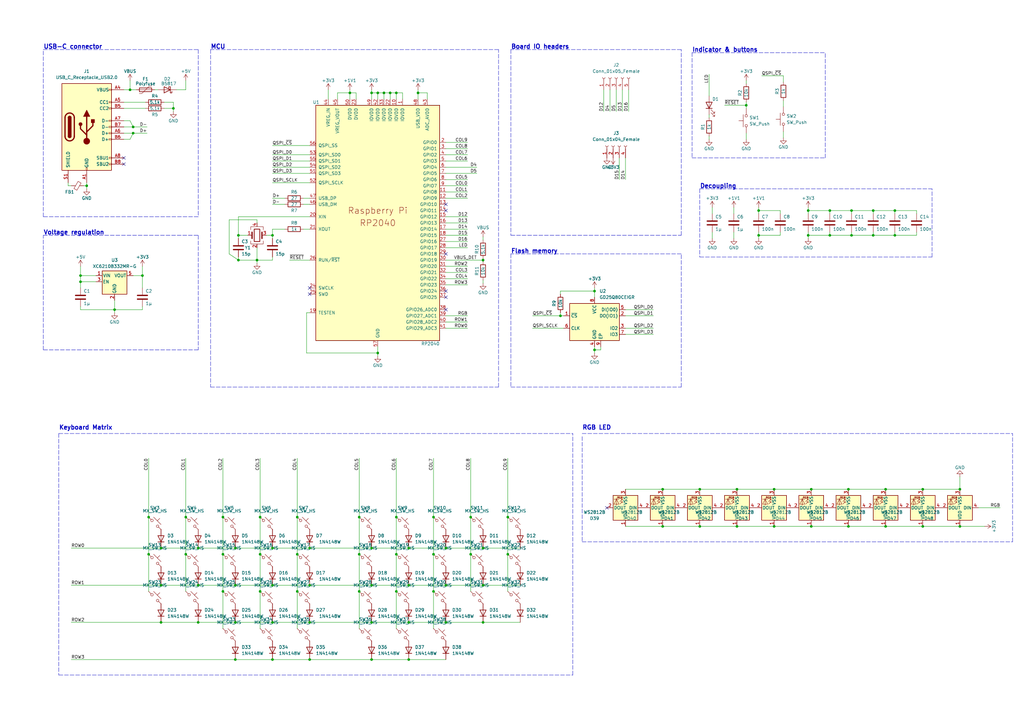
<source format=kicad_sch>
(kicad_sch (version 20211123) (generator eeschema)
  (paper "A3")
  (title_block (title "skywatch") (rev "0.5") (company "github.com/ozkan"))
  (junction (at 167.64 270.51))
  (junction (at 147.32 227.33))
  (junction (at 121.92 227.33))
  (junction (at 363.22 215.9))
  (junction (at 53.34 36.83))
  (junction (at 302.26 200.66))
  (junction (at 147.32 242.57))
  (junction (at 271.78 200.66))
  (junction (at 332.74 200.66))
  (junction (at 91.44 212.09))
  (junction (at 182.88 255.27))
  (junction (at 46.99 127))
  (junction (at 105.41 106.68))
  (junction (at 96.52 224.79))
  (junction (at 162.56 227.33))
  (junction (at 287.02 215.9))
  (junction (at 154.94 38.1))
  (junction (at 271.78 215.9))
  (junction (at 66.04 224.79))
  (junction (at 106.68 227.33))
  (junction (at 317.5 215.9))
  (junction (at 162.56 38.1))
  (junction (at 177.8 212.09))
  (junction (at 96.52 240.03))
  (junction (at 111.76 96.52))
  (junction (at 193.04 227.33))
  (junction (at 208.28 227.33))
  (junction (at 367.03 96.52))
  (junction (at 311.15 96.52))
  (junction (at 162.56 242.57))
  (junction (at 66.04 255.27))
  (junction (at 347.98 215.9))
  (junction (at 54.61 52.07))
  (junction (at 60.96 227.33))
  (junction (at 317.5 200.66))
  (junction (at 81.28 255.27))
  (junction (at 157.48 38.1))
  (junction (at 167.64 240.03))
  (junction (at 111.76 270.51))
  (junction (at 97.79 96.52))
  (junction (at 367.03 86.36))
  (junction (at 311.15 86.36))
  (junction (at 331.47 96.52))
  (junction (at 358.14 96.52))
  (junction (at 127 224.79))
  (junction (at 167.64 224.79))
  (junction (at 340.36 86.36))
  (junction (at 198.12 224.79))
  (junction (at 111.76 240.03))
  (junction (at 81.28 240.03))
  (junction (at 358.14 86.36))
  (junction (at 152.4 38.1))
  (junction (at 167.64 255.27))
  (junction (at 111.76 224.79))
  (junction (at 160.02 38.1))
  (junction (at 182.88 224.79))
  (junction (at 91.44 227.33))
  (junction (at 177.8 242.57))
  (junction (at 393.7 215.9))
  (junction (at 347.98 200.66))
  (junction (at 306.07 43.18))
  (junction (at 76.2 212.09))
  (junction (at 152.4 270.51))
  (junction (at 182.88 240.03))
  (junction (at 33.02 113.03))
  (junction (at 121.92 212.09))
  (junction (at 171.45 38.1))
  (junction (at 208.28 212.09))
  (junction (at 349.25 96.52))
  (junction (at 154.94 144.78))
  (junction (at 106.68 242.57))
  (junction (at 35.56 76.2))
  (junction (at 162.56 212.09))
  (junction (at 96.52 255.27))
  (junction (at 121.92 242.57))
  (junction (at 91.44 242.57))
  (junction (at 198.12 106.68))
  (junction (at 152.4 224.79))
  (junction (at 58.42 113.03))
  (junction (at 229.87 129.54))
  (junction (at 60.96 212.09))
  (junction (at 349.25 86.36))
  (junction (at 71.12 44.45))
  (junction (at 378.46 200.66))
  (junction (at 66.04 240.03))
  (junction (at 152.4 255.27))
  (junction (at 340.36 96.52))
  (junction (at 127 255.27))
  (junction (at 97.79 106.68))
  (junction (at 147.32 212.09))
  (junction (at 152.4 240.03))
  (junction (at 33.02 115.57))
  (junction (at 54.61 54.61))
  (junction (at 81.28 224.79))
  (junction (at 106.68 212.09))
  (junction (at 287.02 200.66))
  (junction (at 378.46 215.9))
  (junction (at 243.84 119.38))
  (junction (at 198.12 240.03))
  (junction (at 302.26 215.9))
  (junction (at 193.04 212.09))
  (junction (at 111.76 255.27))
  (junction (at 332.74 215.9))
  (junction (at 143.51 38.1))
  (junction (at 76.2 227.33))
  (junction (at 393.7 200.66))
  (junction (at 198.12 255.27))
  (junction (at 363.22 200.66))
  (junction (at 96.52 270.51))
  (junction (at 127 270.51))
  (junction (at 243.84 143.51))
  (junction (at 177.8 227.33))
  (junction (at 331.47 86.36))
  (junction (at 127 240.03))
  (no_connect (at 182.88 119.38))
  (no_connect (at 182.88 121.92))
  (no_connect (at 182.88 83.82))
  (no_connect (at 182.88 104.14))
  (no_connect (at 182.88 86.36))
  (no_connect (at 50.8 64.77))
  (no_connect (at 50.8 67.31))
  (no_connect (at 182.88 127))
  (no_connect (at 127 118.11))
  (no_connect (at 127 120.65))
  (no_connect (at 248.92 208.28))
  (polyline (pts (xy 209.55 96.52) (xy 279.4 96.52)))
  (wire (pts (xy 162.56 212.09) (xy 162.56 227.33)))
  (wire (pts (xy 171.45 38.1) (xy 171.45 40.64)))
  (wire (pts (xy 33.02 115.57) (xy 33.02 118.11)))
  (wire (pts (xy 378.46 215.9) (xy 363.22 215.9)))
  (wire (pts (xy 105.41 91.44) (xy 105.41 90.17)))
  (wire (pts (xy 118.745 106.68) (xy 127 106.68)))
  (wire (pts (xy 58.42 109.22) (xy 58.42 113.03)))
  (wire (pts (xy 292.1 85.09) (xy 292.1 87.63)))
  (wire (pts (xy 347.98 200.66) (xy 332.74 200.66)))
  (wire (pts (xy 267.97 134.62) (xy 256.54 134.62)))
  (wire (pts (xy 306.07 54.61) (xy 306.07 57.15)))
  (wire (pts (xy 254 64.77) (xy 254 73.66)))
  (wire (pts (xy 311.15 86.36) (xy 320.04 86.36)))
  (wire (pts (xy 331.47 85.09) (xy 331.47 86.36)))
  (wire (pts (xy 60.96 212.09) (xy 60.96 227.33)))
  (polyline (pts (xy 283.845 64.77) (xy 338.455 64.77)))
  (wire (pts (xy 121.92 187.96) (xy 121.92 212.09)))
  (wire (pts (xy 287.02 215.9) (xy 271.78 215.9)))
  (wire (pts (xy 152.4 255.27) (xy 167.64 255.27)))
  (polyline (pts (xy 24.13 177.8) (xy 234.95 177.8)))
  (wire (pts (xy 347.98 215.9) (xy 332.74 215.9)))
  (polyline (pts (xy 204.47 158.75) (xy 204.47 20.32)))
  (wire (pts (xy 50.8 54.61) (xy 54.61 54.61)))
  (wire (pts (xy 393.7 200.66) (xy 378.46 200.66)))
  (wire (pts (xy 300.99 85.09) (xy 300.99 87.63)))
  (wire (pts (xy 182.88 255.27) (xy 198.12 255.27)))
  (wire (pts (xy 267.97 137.16) (xy 256.54 137.16)))
  (polyline (pts (xy 279.4 104.14) (xy 209.55 104.14)))
  (wire (pts (xy 271.78 215.9) (xy 256.54 215.9)))
  (wire (pts (xy 111.76 66.04) (xy 127 66.04)))
  (wire (pts (xy 182.88 101.6) (xy 191.77 101.6)))
  (wire (pts (xy 257.81 36.83) (xy 257.81 45.72)))
  (wire (pts (xy 162.56 242.57) (xy 162.56 257.81)))
  (wire (pts (xy 72.39 36.83) (xy 76.2 36.83)))
  (wire (pts (xy 177.8 187.96) (xy 177.8 212.09)))
  (wire (pts (xy 331.47 96.52) (xy 340.36 96.52)))
  (wire (pts (xy 111.76 224.79) (xy 127 224.79)))
  (wire (pts (xy 33.02 113.03) (xy 39.37 113.03)))
  (wire (pts (xy 311.15 86.36) (xy 311.15 87.63)))
  (wire (pts (xy 243.84 118.11) (xy 243.84 119.38)))
  (wire (pts (xy 162.56 227.33) (xy 162.56 242.57)))
  (wire (pts (xy 109.22 96.52) (xy 111.76 96.52)))
  (wire (pts (xy 63.5 36.83) (xy 64.77 36.83)))
  (wire (pts (xy 105.41 106.68) (xy 105.41 107.95)))
  (polyline (pts (xy 238.76 222.25) (xy 415.29 222.25)))
  (wire (pts (xy 162.56 38.1) (xy 165.1 38.1)))
  (wire (pts (xy 193.04 212.09) (xy 193.04 227.33)))
  (wire (pts (xy 331.47 86.36) (xy 340.36 86.36)))
  (wire (pts (xy 97.79 96.52) (xy 97.79 88.9)))
  (wire (pts (xy 302.26 200.66) (xy 287.02 200.66)))
  (wire (pts (xy 111.76 68.58) (xy 127 68.58)))
  (wire (pts (xy 198.12 114.935) (xy 198.12 116.205)))
  (wire (pts (xy 143.51 38.1) (xy 143.51 40.64)))
  (wire (pts (xy 340.36 95.25) (xy 340.36 96.52)))
  (wire (pts (xy 91.44 227.33) (xy 91.44 242.57)))
  (wire (pts (xy 208.28 187.96) (xy 208.28 212.09)))
  (wire (pts (xy 54.61 52.07) (xy 50.8 52.07)))
  (polyline (pts (xy 81.28 88.9) (xy 17.78 88.9)))
  (wire (pts (xy 127 224.79) (xy 152.4 224.79)))
  (wire (pts (xy 76.2 227.33) (xy 76.2 242.57)))
  (wire (pts (xy 66.04 255.27) (xy 81.28 255.27)))
  (wire (pts (xy 208.28 227.33) (xy 208.28 242.57)))
  (wire (pts (xy 331.47 96.52) (xy 331.47 97.79)))
  (wire (pts (xy 267.97 127) (xy 256.54 127)))
  (wire (pts (xy 33.02 127) (xy 46.99 127)))
  (wire (pts (xy 125.73 128.27) (xy 127 128.27)))
  (wire (pts (xy 311.15 96.52) (xy 311.15 97.79)))
  (wire (pts (xy 124.46 81.28) (xy 127 81.28)))
  (wire (pts (xy 50.8 49.53) (xy 53.34 49.53)))
  (wire (pts (xy 93.98 90.17) (xy 93.98 104.14)))
  (wire (pts (xy 311.15 96.52) (xy 320.04 96.52)))
  (wire (pts (xy 349.25 96.52) (xy 358.14 96.52)))
  (wire (pts (xy 124.46 93.98) (xy 127 93.98)))
  (wire (pts (xy 193.04 187.96) (xy 193.04 212.09)))
  (wire (pts (xy 53.34 49.53) (xy 54.61 52.07)))
  (wire (pts (xy 34.29 76.2) (xy 35.56 76.2)))
  (wire (pts (xy 177.8 242.57) (xy 177.8 257.81)))
  (wire (pts (xy 243.84 142.24) (xy 243.84 143.51)))
  (wire (pts (xy 91.44 242.57) (xy 91.44 257.81)))
  (wire (pts (xy 106.68 212.09) (xy 106.68 227.33)))
  (wire (pts (xy 29.21 255.27) (xy 66.04 255.27)))
  (wire (pts (xy 76.2 212.09) (xy 76.2 227.33)))
  (wire (pts (xy 157.48 38.1) (xy 157.48 40.64)))
  (wire (pts (xy 111.76 106.68) (xy 111.76 105.41)))
  (wire (pts (xy 76.2 187.96) (xy 76.2 212.09)))
  (wire (pts (xy 50.8 36.83) (xy 53.34 36.83)))
  (wire (pts (xy 127 270.51) (xy 152.4 270.51)))
  (wire (pts (xy 167.64 224.79) (xy 182.88 224.79)))
  (wire (pts (xy 312.42 31.115) (xy 321.31 31.115)))
  (wire (pts (xy 53.34 36.83) (xy 55.88 36.83)))
  (wire (pts (xy 58.42 125.73) (xy 58.42 127)))
  (wire (pts (xy 66.04 224.79) (xy 81.28 224.79)))
  (wire (pts (xy 229.87 129.54) (xy 231.14 129.54)))
  (wire (pts (xy 152.4 224.79) (xy 167.64 224.79)))
  (wire (pts (xy 182.88 129.54) (xy 191.77 129.54)))
  (wire (pts (xy 121.92 212.09) (xy 121.92 227.33)))
  (wire (pts (xy 105.41 106.68) (xy 111.76 106.68)))
  (wire (pts (xy 154.94 144.78) (xy 154.94 146.05)))
  (wire (pts (xy 91.44 212.09) (xy 91.44 227.33)))
  (wire (pts (xy 182.88 109.22) (xy 191.77 109.22)))
  (wire (pts (xy 152.4 36.83) (xy 152.4 38.1)))
  (wire (pts (xy 146.05 40.64) (xy 146.05 38.1)))
  (wire (pts (xy 154.94 142.24) (xy 154.94 144.78)))
  (wire (pts (xy 306.07 41.91) (xy 306.07 43.18)))
  (wire (pts (xy 175.26 40.64) (xy 175.26 38.1)))
  (wire (pts (xy 29.21 240.03) (xy 66.04 240.03)))
  (wire (pts (xy 321.31 31.115) (xy 321.31 33.655)))
  (wire (pts (xy 198.12 106.68) (xy 198.12 107.315)))
  (wire (pts (xy 349.25 95.25) (xy 349.25 96.52)))
  (wire (pts (xy 247.65 45.72) (xy 247.65 36.83)))
  (wire (pts (xy 367.03 96.52) (xy 375.92 96.52)))
  (wire (pts (xy 332.74 215.9) (xy 317.5 215.9)))
  (polyline (pts (xy 415.29 222.25) (xy 415.29 177.8)))
  (wire (pts (xy 287.02 200.66) (xy 271.78 200.66)))
  (wire (pts (xy 182.88 68.58) (xy 195.58 68.58)))
  (wire (pts (xy 27.94 76.2) (xy 29.21 76.2)))
  (wire (pts (xy 250.19 45.72) (xy 250.19 36.83)))
  (wire (pts (xy 60.96 187.96) (xy 60.96 212.09)))
  (wire (pts (xy 198.12 224.79) (xy 213.36 224.79)))
  (wire (pts (xy 182.88 114.3) (xy 191.77 114.3)))
  (wire (pts (xy 97.79 106.68) (xy 105.41 106.68)))
  (wire (pts (xy 375.92 87.63) (xy 375.92 86.36)))
  (wire (pts (xy 171.45 38.1) (xy 175.26 38.1)))
  (wire (pts (xy 243.84 143.51) (xy 246.38 143.51)))
  (wire (pts (xy 125.73 128.27) (xy 125.73 144.78)))
  (wire (pts (xy 349.25 86.36) (xy 358.14 86.36)))
  (wire (pts (xy 147.32 187.96) (xy 147.32 212.09)))
  (wire (pts (xy 58.42 113.03) (xy 58.42 118.11)))
  (wire (pts (xy 218.44 134.62) (xy 231.14 134.62)))
  (wire (pts (xy 121.92 227.33) (xy 121.92 242.57)))
  (wire (pts (xy 152.4 38.1) (xy 152.4 40.64)))
  (wire (pts (xy 321.31 41.275) (xy 321.31 43.815)))
  (wire (pts (xy 105.41 90.17) (xy 93.98 90.17)))
  (wire (pts (xy 111.76 255.27) (xy 127 255.27)))
  (wire (pts (xy 60.96 227.33) (xy 60.96 242.57)))
  (polyline (pts (xy 209.55 104.14) (xy 209.55 158.75)))
  (wire (pts (xy 182.88 240.03) (xy 198.12 240.03)))
  (wire (pts (xy 363.22 215.9) (xy 347.98 215.9)))
  (wire (pts (xy 193.04 227.33) (xy 193.04 242.57)))
  (wire (pts (xy 358.14 86.36) (xy 367.03 86.36)))
  (wire (pts (xy 320.04 95.25) (xy 320.04 96.52)))
  (polyline (pts (xy 283.845 21.59) (xy 283.845 64.77)))
  (wire (pts (xy 182.88 106.68) (xy 198.12 106.68)))
  (polyline (pts (xy 238.76 177.8) (xy 415.29 177.8)))
  (wire (pts (xy 111.76 240.03) (xy 127 240.03)))
  (wire (pts (xy 243.84 119.38) (xy 243.84 121.92)))
  (wire (pts (xy 162.56 187.96) (xy 162.56 212.09)))
  (wire (pts (xy 182.88 132.08) (xy 191.77 132.08)))
  (wire (pts (xy 290.83 46.99) (xy 290.83 48.26)))
  (wire (pts (xy 393.7 215.9) (xy 403.86 215.9)))
  (wire (pts (xy 152.4 240.03) (xy 167.64 240.03)))
  (wire (pts (xy 182.88 111.76) (xy 191.77 111.76)))
  (wire (pts (xy 111.76 96.52) (xy 111.76 97.79)))
  (wire (pts (xy 66.04 240.03) (xy 81.28 240.03)))
  (wire (pts (xy 50.8 41.91) (xy 59.69 41.91)))
  (wire (pts (xy 106.68 242.57) (xy 106.68 257.81)))
  (wire (pts (xy 331.47 95.25) (xy 331.47 96.52)))
  (wire (pts (xy 171.45 36.83) (xy 171.45 38.1)))
  (wire (pts (xy 97.79 97.79) (xy 97.79 96.52)))
  (wire (pts (xy 106.68 227.33) (xy 106.68 242.57)))
  (wire (pts (xy 290.83 55.88) (xy 290.83 57.15)))
  (polyline (pts (xy 279.4 96.52) (xy 279.4 20.32)))
  (polyline (pts (xy 17.78 20.32) (xy 81.28 20.32)))
  (wire (pts (xy 218.44 129.54) (xy 229.87 129.54)))
  (wire (pts (xy 340.36 96.52) (xy 349.25 96.52)))
  (polyline (pts (xy 234.95 276.86) (xy 234.95 177.8)))
  (wire (pts (xy 292.1 95.25) (xy 292.1 97.79)))
  (wire (pts (xy 147.32 212.09) (xy 147.32 227.33)))
  (wire (pts (xy 182.88 73.66) (xy 191.77 73.66)))
  (wire (pts (xy 271.78 200.66) (xy 256.54 200.66)))
  (wire (pts (xy 81.28 240.03) (xy 96.52 240.03)))
  (wire (pts (xy 97.79 105.41) (xy 97.79 106.68)))
  (wire (pts (xy 340.36 86.36) (xy 340.36 87.63)))
  (wire (pts (xy 302.26 215.9) (xy 287.02 215.9)))
  (wire (pts (xy 182.88 63.5) (xy 191.77 63.5)))
  (wire (pts (xy 97.79 96.52) (xy 101.6 96.52)))
  (wire (pts (xy 111.76 71.12) (xy 127 71.12)))
  (wire (pts (xy 256.54 73.66) (xy 256.54 64.77)))
  (wire (pts (xy 96.52 224.79) (xy 111.76 224.79)))
  (wire (pts (xy 300.99 95.25) (xy 300.99 97.79)))
  (wire (pts (xy 154.94 38.1) (xy 157.48 38.1)))
  (wire (pts (xy 332.74 200.66) (xy 317.5 200.66)))
  (wire (pts (xy 182.88 96.52) (xy 191.77 96.52)))
  (wire (pts (xy 182.88 93.98) (xy 191.77 93.98)))
  (wire (pts (xy 71.12 44.45) (xy 71.12 45.72)))
  (wire (pts (xy 229.87 128.27) (xy 229.87 129.54)))
  (wire (pts (xy 358.14 95.25) (xy 358.14 96.52)))
  (polyline (pts (xy 81.28 20.32) (xy 81.28 88.9)))
  (wire (pts (xy 81.28 255.27) (xy 96.52 255.27)))
  (wire (pts (xy 167.64 240.03) (xy 182.88 240.03)))
  (wire (pts (xy 160.02 38.1) (xy 160.02 40.64)))
  (polyline (pts (xy 17.78 96.52) (xy 81.28 96.52)))
  (wire (pts (xy 33.02 125.73) (xy 33.02 127)))
  (wire (pts (xy 53.34 33.02) (xy 53.34 36.83)))
  (wire (pts (xy 35.56 76.2) (xy 35.56 77.47)))
  (wire (pts (xy 317.5 215.9) (xy 302.26 215.9)))
  (polyline (pts (xy 287.02 105.41) (xy 382.27 105.41)))
  (wire (pts (xy 67.31 41.91) (xy 71.12 41.91)))
  (wire (pts (xy 81.28 224.79) (xy 96.52 224.79)))
  (wire (pts (xy 27.94 74.93) (xy 27.94 76.2)))
  (wire (pts (xy 198.12 240.03) (xy 213.36 240.03)))
  (polyline (pts (xy 24.13 276.86) (xy 234.95 276.86)))
  (wire (pts (xy 177.8 227.33) (xy 177.8 242.57)))
  (wire (pts (xy 97.79 88.9) (xy 127 88.9)))
  (wire (pts (xy 147.32 227.33) (xy 147.32 242.57)))
  (wire (pts (xy 182.88 116.84) (xy 191.77 116.84)))
  (wire (pts (xy 246.38 142.24) (xy 246.38 143.51)))
  (wire (pts (xy 96.52 240.03) (xy 111.76 240.03)))
  (wire (pts (xy 393.7 215.9) (xy 378.46 215.9)))
  (wire (pts (xy 76.2 33.02) (xy 76.2 36.83)))
  (wire (pts (xy 111.76 83.82) (xy 116.84 83.82)))
  (wire (pts (xy 267.97 129.54) (xy 256.54 129.54)))
  (wire (pts (xy 358.14 96.52) (xy 367.03 96.52)))
  (wire (pts (xy 33.02 109.22) (xy 33.02 113.03)))
  (wire (pts (xy 229.87 119.38) (xy 243.84 119.38)))
  (wire (pts (xy 138.43 38.1) (xy 143.51 38.1)))
  (wire (pts (xy 152.4 270.51) (xy 167.64 270.51)))
  (wire (pts (xy 33.02 113.03) (xy 33.02 115.57)))
  (wire (pts (xy 50.8 44.45) (xy 59.69 44.45)))
  (wire (pts (xy 111.76 63.5) (xy 127 63.5)))
  (wire (pts (xy 393.7 195.58) (xy 393.7 200.66)))
  (wire (pts (xy 255.27 36.83) (xy 255.27 45.72)))
  (wire (pts (xy 321.31 53.975) (xy 321.31 56.515)))
  (wire (pts (xy 358.14 86.36) (xy 358.14 87.63)))
  (wire (pts (xy 29.21 270.51) (xy 96.52 270.51)))
  (polyline (pts (xy 382.27 105.41) (xy 382.27 77.47)))
  (polyline (pts (xy 81.28 143.51) (xy 17.78 143.51)))
  (wire (pts (xy 116.84 93.98) (xy 111.76 93.98)))
  (wire (pts (xy 143.51 36.83) (xy 143.51 38.1)))
  (polyline (pts (xy 17.78 88.9) (xy 17.78 20.32)))
  (wire (pts (xy 121.92 242.57) (xy 121.92 257.81)))
  (wire (pts (xy 111.76 59.69) (xy 127 59.69)))
  (wire (pts (xy 165.1 40.64) (xy 165.1 38.1)))
  (polyline (pts (xy 209.55 158.75) (xy 279.4 158.75)))
  (polyline (pts (xy 287.02 77.47) (xy 382.27 77.47)))
  (wire (pts (xy 290.83 30.48) (xy 290.83 39.37)))
  (wire (pts (xy 157.48 38.1) (xy 160.02 38.1)))
  (wire (pts (xy 111.76 93.98) (xy 111.76 96.52)))
  (wire (pts (xy 46.99 123.19) (xy 46.99 127)))
  (wire (pts (xy 127 255.27) (xy 152.4 255.27)))
  (wire (pts (xy 106.68 187.96) (xy 106.68 212.09)))
  (wire (pts (xy 93.98 104.14) (xy 97.79 106.68)))
  (wire (pts (xy 229.87 120.65) (xy 229.87 119.38)))
  (wire (pts (xy 198.12 97.155) (xy 198.12 98.425)))
  (wire (pts (xy 124.46 83.82) (xy 127 83.82)))
  (wire (pts (xy 111.76 270.51) (xy 127 270.51)))
  (wire (pts (xy 182.88 60.96) (xy 191.77 60.96)))
  (wire (pts (xy 367.03 86.36) (xy 375.92 86.36)))
  (polyline (pts (xy 238.76 179.07) (xy 238.76 222.25)))
  (wire (pts (xy 105.41 101.6) (xy 105.41 106.68)))
  (wire (pts (xy 96.52 270.51) (xy 111.76 270.51)))
  (polyline (pts (xy 279.4 20.32) (xy 209.55 20.32)))
  (wire (pts (xy 208.28 212.09) (xy 208.28 227.33)))
  (wire (pts (xy 182.88 76.2) (xy 191.77 76.2)))
  (wire (pts (xy 54.61 54.61) (xy 53.34 57.15)))
  (wire (pts (xy 54.61 113.03) (xy 58.42 113.03)))
  (wire (pts (xy 127 240.03) (xy 152.4 240.03)))
  (wire (pts (xy 177.8 212.09) (xy 177.8 227.33)))
  (wire (pts (xy 182.88 78.74) (xy 191.77 78.74)))
  (wire (pts (xy 317.5 200.66) (xy 302.26 200.66)))
  (wire (pts (xy 331.47 86.36) (xy 331.47 87.63)))
  (wire (pts (xy 111.76 74.93) (xy 127 74.93)))
  (wire (pts (xy 252.73 36.83) (xy 252.73 45.72)))
  (polyline (pts (xy 209.55 20.32) (xy 209.55 96.52)))
  (wire (pts (xy 54.61 52.07) (xy 60.325 52.07)))
  (wire (pts (xy 138.43 40.64) (xy 138.43 38.1)))
  (polyline (pts (xy 86.36 158.75) (xy 204.47 158.75)))
  (wire (pts (xy 154.94 38.1) (xy 154.94 40.64)))
  (wire (pts (xy 198.12 255.27) (xy 213.36 255.27)))
  (wire (pts (xy 367.03 86.36) (xy 367.03 87.63)))
  (polyline (pts (xy 17.78 143.51) (xy 17.78 96.52)))
  (wire (pts (xy 182.88 224.79) (xy 198.12 224.79)))
  (polyline (pts (xy 204.47 20.32) (xy 86.36 20.32)))
  (wire (pts (xy 182.88 58.42) (xy 191.77 58.42)))
  (wire (pts (xy 67.31 44.45) (xy 71.12 44.45)))
  (wire (pts (xy 182.88 91.44) (xy 191.77 91.44)))
  (wire (pts (xy 111.76 81.28) (xy 116.84 81.28)))
  (wire (pts (xy 167.64 255.27) (xy 182.88 255.27)))
  (wire (pts (xy 162.56 38.1) (xy 162.56 40.64)))
  (wire (pts (xy 198.12 106.045) (xy 198.12 106.68)))
  (wire (pts (xy 147.32 242.57) (xy 147.32 257.81)))
  (wire (pts (xy 182.88 134.62) (xy 191.77 134.62)))
  (polyline (pts (xy 287.02 77.47) (xy 287.02 105.41)))
  (wire (pts (xy 378.46 200.66) (xy 363.22 200.66)))
  (wire (pts (xy 71.12 41.91) (xy 71.12 44.45)))
  (wire (pts (xy 182.88 88.9) (xy 191.77 88.9)))
  (wire (pts (xy 182.88 66.04) (xy 191.77 66.04)))
  (wire (pts (xy 243.84 143.51) (xy 243.84 144.78)))
  (wire (pts (xy 53.34 57.15) (xy 50.8 57.15)))
  (wire (pts (xy 363.22 200.66) (xy 347.98 200.66)))
  (wire (pts (xy 320.04 87.63) (xy 320.04 86.36)))
  (wire (pts (xy 54.61 54.61) (xy 60.325 54.61)))
  (wire (pts (xy 367.03 95.25) (xy 367.03 96.52)))
  (wire (pts (xy 29.21 224.79) (xy 66.04 224.79)))
  (wire (pts (xy 167.64 270.51) (xy 182.88 270.51)))
  (wire (pts (xy 160.02 38.1) (xy 162.56 38.1)))
  (wire (pts (xy 96.52 255.27) (xy 111.76 255.27)))
  (polyline (pts (xy 81.28 96.52) (xy 81.28 143.51)))
  (wire (pts (xy 35.56 74.93) (xy 35.56 76.2)))
  (polyline (pts (xy 338.455 64.77) (xy 338.455 21.59)))
  (wire (pts (xy 152.4 38.1) (xy 154.94 38.1)))
  (wire (pts (xy 182.88 81.28) (xy 191.77 81.28)))
  (wire (pts (xy 46.99 127) (xy 46.99 128.27)))
  (wire (pts (xy 375.92 95.25) (xy 375.92 96.52)))
  (polyline (pts (xy 283.845 21.59) (xy 338.455 21.59)))
  (wire (pts (xy 306.07 43.18) (xy 306.07 44.45)))
  (wire (pts (xy 311.15 95.25) (xy 311.15 96.52)))
  (wire (pts (xy 297.18 43.18) (xy 306.07 43.18)))
  (wire (pts (xy 306.07 33.02) (xy 306.07 34.29)))
  (polyline (pts (xy 86.36 20.32) (xy 86.36 158.75)))
  (wire (pts (xy 125.73 144.78) (xy 154.94 144.78)))
  (wire (pts (xy 182.88 71.12) (xy 195.58 71.12)))
  (wire (pts (xy 134.62 36.83) (xy 134.62 40.64)))
  (wire (pts (xy 143.51 38.1) (xy 146.05 38.1)))
  (wire (pts (xy 349.25 86.36) (xy 349.25 87.63)))
  (polyline (pts (xy 24.13 177.8) (xy 24.13 276.86)))
  (wire (pts (xy 46.99 127) (xy 58.42 127)))
  (wire (pts (xy 91.44 187.96) (xy 91.44 212.09)))
  (wire (pts (xy 311.15 85.09) (xy 311.15 86.36)))
  (wire (pts (xy 33.02 115.57) (xy 39.37 115.57)))
  (wire (pts (xy 182.88 99.06) (xy 191.77 99.06)))
  (wire (pts (xy 401.32 208.28) (xy 410.21 208.28)))
  (wire (pts (xy 340.36 86.36) (xy 349.25 86.36)))
  (polyline (pts (xy 279.4 158.75) (xy 279.4 104.14)))
  (text "Decoupling" (at 287.02 77.47 0) (effects (font (size 1.778 1.778) (thickness 0.3556) bold) (justify left bottom)))
  (text "Board IO headers" (at 209.55 20.32 0) (effects (font (size 1.778 1.778) (thickness 0.3556) bold) (justify left bottom)))
  (text "USB-C connector" (at 17.78 20.32 0) (effects (font (size 1.778 1.778) (thickness 0.3556) bold) (justify left bottom)))
  (text "Indicator & buttons" (at 283.845 21.59 0) (effects (font (size 1.778 1.778) (thickness 0.3556) bold) (justify left bottom)))
  (text "Voltage regulation" (at 17.78 96.52 0) (effects (font (size 1.778 1.778) (thickness 0.3556) bold) (justify left bottom)))
  (text "MCU" (at 86.36 20.32 0) (effects (font (size 1.778 1.778) (thickness 0.3556) bold) (justify left bottom)))
  (text "RGB LED" (at 238.76 176.53 0) (effects (font (size 1.778 1.778) (thickness 0.3556) bold) (justify left bottom)))
  (text "Flash memory" (at 209.55 104.14 0) (effects (font (size 1.778 1.778) (thickness 0.3556) bold) (justify left bottom)))
  (text "Keyboard Matrix" (at 24.13 176.53 0) (effects (font (size 1.778 1.778) (thickness 0.3556) bold) (justify left bottom)))
  (label "D12" (at 247.65 45.72 90))
  (label "COL1" (at 191.77 78.74 180))
  (label "QSPI_D2" (at 111.76 68.58 0))
  (label "COL4" (at 191.77 114.3 180))
  (label "D15" (at 191.77 96.52 180))
  (label "D15" (at 254 73.66 90))
  (label "RGB" (at 191.77 129.54 180))
  (label "D16" (at 191.77 99.06 180))
  (label "COL8" (at 193.04 187.96 270))
  (label "LED" (at 191.77 101.6 180))
  (label "ROW1" (at 29.21 240.03 0))
  (label "COL1" (at 76.2 187.96 270))
  (label "VBUS_DET" (at 195.58 106.68 180))
  (label "COL5" (at 191.77 73.66 180))
  (label "ROW3" (at 191.77 116.84 180))
  (label "COL4" (at 121.92 187.96 270))
  (label "COL2" (at 91.44 187.96 270))
  (label "ROW1" (at 191.77 132.08 180))
  (label "COL5" (at 147.32 187.96 270))
  (label "COL7" (at 177.8 187.96 270))
  (label "COL0" (at 191.77 76.2 180))
  (label "COL6" (at 191.77 66.04 180))
  (label "D-" (at 111.76 83.82 0))
  (label "COL8" (at 191.77 60.96 180))
  (label "~{RESET}" (at 297.18 43.18 0))
  (label "QSPI_SCLK" (at 218.44 134.62 0))
  (label "D4" (at 195.58 68.58 180))
  (label "QSPI_D0" (at 267.97 127 180))
  (label "QSPI_~{CS}" (at 218.44 129.54 0))
  (label "QSPI_D1" (at 111.76 66.04 0))
  (label "RGB" (at 410.21 208.28 180))
  (label "~{RESET}" (at 118.745 106.68 0))
  (label "COL0" (at 60.96 187.96 270))
  (label "D14" (at 256.54 73.66 90))
  (label "D16" (at 257.81 45.72 90))
  (label "ROW3" (at 29.21 270.51 0))
  (label "QSPI_D3" (at 111.76 71.12 0))
  (label "QSPI_~{CS}" (at 111.76 59.69 0))
  (label "COL7" (at 191.77 63.5 180))
  (label "D12" (at 191.77 88.9 180))
  (label "D5" (at 252.73 45.72 90))
  (label "COL3" (at 106.68 187.96 270))
  (label "D14" (at 191.77 93.98 180))
  (label "COL9" (at 208.28 187.96 270))
  (label "D5" (at 195.58 71.12 180))
  (label "QSPI_D2" (at 267.97 134.62 180))
  (label "ROW2" (at 29.21 255.27 0))
  (label "COL2" (at 191.77 81.28 180))
  (label "D+" (at 111.76 81.28 0))
  (label "D-" (at 60.325 52.07 180))
  (label "LED" (at 290.83 30.48 270))
  (label "COL3" (at 191.77 111.76 180))
  (label "D13" (at 191.77 91.44 180))
  (label "COL6" (at 162.56 187.96 270))
  (label "D13" (at 255.27 45.72 90))
  (label "QSPI_D1" (at 267.97 129.54 180))
  (label "ROW2" (at 191.77 109.22 180))
  (label "QSPI_~{CS}" (at 312.42 31.115 0))
  (label "ROW0" (at 29.21 224.79 0))
  (label "QSPI_SCLK" (at 111.76 74.93 0))
  (label "QSPI_D3" (at 267.97 137.16 180))
  (label "D4" (at 250.19 45.72 90))
  (label "ROW0" (at 191.77 134.62 180))
  (label "COL9" (at 191.77 58.42 180))
  (label "D+" (at 60.325 54.61 180))
  (label "QSPI_D0" (at 111.76 63.5 0))
  (symbol (lib_name "MX_SW_HS_1") (lib_id "marbastlib-mx:MX_SW_HS") (at 124.46 260.35 0) (unit 1)
    (property "Reference" "SW35" (at 124.46 254 0))
    (property "Value" "MX_SW_HS" (at 124.46 255.27 0))
    (property "Footprint" "marbastlib-mx:MX_TH_HS_1U" (effects hide))
  )
  (symbol (lib_id "Device:C") (at 358.14 91.44 0) (unit 1)
    (property "Reference" "C12" (at 359.41 88.9 0) (effects (justify left)))
    (property "Value" "100n" (at 359.41 93.98 0) (effects (justify left)))
    (property "Footprint" "Capacitor_SMD:C_0402_1005Metric" (effects hide))
    (property "LCSC" "C1525" (effects hide))
  )
  (symbol (lib_id "MCU_RaspberryPi_RP2040:RP2040") (at 154.94 91.44 0) (unit 1)
    (property "Reference" "U1" (at 128.27 41.91 0) (effects (justify left)))
    (property "Value" "RP2040" (at 172.72 140.97 0) (effects (justify left)))
    (property "Footprint" "0xLib_Package_DFN_QFN:QFN-56-1EP_7x7mm_P0.4mm_EP3.2x3.2mm" (effects hide))
    (property "LCSC" "C2040" (effects hide))
  )
  (symbol (lib_id "Device:R") (at 63.5 41.91 90) (unit 1)
    (property "Reference" "R4" (at 63.5 39.37 90))
    (property "Value" "5.1k" (at 63.5 41.91 90))
    (property "Footprint" "Resistor_SMD:R_0402_1005Metric" (effects hide))
    (property "LCSC" "C25905" (effects hide))
  )
  (symbol (lib_id "power:+3.3V") (at 306.07 33.02 0) (unit 1)
    (property "Reference" "#PWR04" (effects hide))
    (property "Value" "+3.3V" (at 306.07 29.21 0))
  )
  (symbol (lib_name "1N4148W_1") (lib_id "Diode:1N4148W") (at 111.76 220.98 90) (unit 1)
    (property "Reference" "D6" (at 114.3 219.7099 90) (effects (justify right)))
    (property "Value" "1N4148W" (at 114.3 222.2499 90) (effects (justify right)))
    (property "Footprint" "Diode_SMD:D_SOD-323" (effects hide))
    (property "Datasheet" "https://www.vishay.com/docs/85748/1n4148w.pdf" (effects hide))
    (property "LCSC" "C2843305" (effects hide))
  )
  (symbol (lib_id "power:GND") (at 321.31 56.515 0) (unit 1)
    (property "Reference" "#PWR09" (effects hide))
    (property "Value" "GND" (at 321.31 60.325 0))
  )
  (symbol (lib_name "1N4148W_1") (lib_id "Diode:1N4148W") (at 96.52 220.98 90) (unit 1)
    (property "Reference" "D5" (at 99.06 219.7099 90) (effects (justify right)))
    (property "Value" "1N4148W" (at 99.06 222.2499 90) (effects (justify right)))
    (property "Footprint" "Diode_SMD:D_SOD-323" (effects hide))
    (property "Datasheet" "https://www.vishay.com/docs/85748/1n4148w.pdf" (effects hide))
    (property "LCSC" "C2843305" (effects hide))
  )
  (symbol (lib_id "power:GND") (at 290.83 57.15 0) (unit 1)
    (property "Reference" "#PWR01" (effects hide))
    (property "Value" "GND" (at 290.83 60.96 0))
  )
  (symbol (lib_id "power:GND") (at 35.56 77.47 0) (unit 1)
    (property "Reference" "#PWR03" (effects hide))
    (property "Value" "GND" (at 35.56 81.28 0))
  )
  (symbol (lib_name "MX_SW_HS_1") (lib_id "marbastlib-mx:MX_SW_HS") (at 93.98 260.35 0) (unit 1)
    (property "Reference" "SW33" (at 93.98 254 0))
    (property "Value" "MX_SW_HS" (at 93.98 255.27 0))
    (property "Footprint" "marbastlib-mx:MX_TH_HS_1U" (effects hide))
  )
  (symbol (lib_name "1N4148W_1") (lib_id "Diode:1N4148W") (at 152.4 220.98 90) (unit 1)
    (property "Reference" "D8" (at 154.94 219.7099 90) (effects (justify right)))
    (property "Value" "1N4148W" (at 154.94 222.2499 90) (effects (justify right)))
    (property "Footprint" "Diode_SMD:D_SOD-323" (effects hide))
    (property "Datasheet" "https://www.vishay.com/docs/85748/1n4148w.pdf" (effects hide))
    (property "LCSC" "C2843305" (effects hide))
  )
  (symbol (lib_name "MX_SW_HS_1") (lib_id "marbastlib-mx:MX_SW_HS") (at 180.34 260.35 0) (unit 1)
    (property "Reference" "SW38" (at 180.34 254 0))
    (property "Value" "MX_SW_HS" (at 180.34 255.27 0))
    (property "Footprint" "marbastlib-mx:MX_TH_HS_1U" (effects hide))
  )
  (symbol (lib_name "WS2812B_1") (lib_id "LED:WS2812B") (at 347.98 208.28 180) (unit 1)
    (property "Reference" "D45" (at 335.28 212.6107 0))
    (property "Value" "WS2812B" (at 335.28 210.0707 0))
    (property "Footprint" "LED_SMD:LED_WS2812B_PLCC4_5.0x5.0mm_P3.2mm" (effects hide))
    (property "Datasheet" "https://cdn-shop.adafruit.com/datasheets/WS2812B.pdf" (effects hide))
    (property "LCSC" "C2843785" (effects hide))
  )
  (symbol (lib_name "MX_SW_HS_1") (lib_id "marbastlib-mx:MX_SW_HS") (at 210.82 229.87 0) (unit 1)
    (property "Reference" "SW22" (at 210.82 223.52 0))
    (property "Value" "MX_SW_HS" (at 210.82 224.79 0))
    (property "Footprint" "marbastlib-mx:MX_TH_HS_1U" (effects hide))
  )
  (symbol (lib_name "1N4148W_1") (lib_id "Diode:1N4148W") (at 111.76 236.22 90) (unit 1)
    (property "Reference" "D16" (at 114.3 234.9499 90) (effects (justify right)))
    (property "Value" "1N4148W" (at 114.3 237.4899 90) (effects (justify right)))
    (property "Footprint" "Diode_SMD:D_SOD-323" (effects hide))
    (property "Datasheet" "https://www.vishay.com/docs/85748/1n4148w.pdf" (effects hide))
    (property "LCSC" "C2843305" (effects hide))
  )
  (symbol (lib_name "1N4148W_1") (lib_id "Diode:1N4148W") (at 167.64 236.22 90) (unit 1)
    (property "Reference" "D19" (at 170.18 234.9499 90) (effects (justify right)))
    (property "Value" "1N4148W" (at 170.18 237.4899 90) (effects (justify right)))
    (property "Footprint" "Diode_SMD:D_SOD-323" (effects hide))
    (property "Datasheet" "https://www.vishay.com/docs/85748/1n4148w.pdf" (effects hide))
    (property "LCSC" "C2843305" (effects hide))
  )
  (symbol (lib_name "WS2812B_1") (lib_id "LED:WS2812B") (at 271.78 208.28 180) (unit 1)
    (property "Reference" "D40" (at 259.08 212.6107 0))
    (property "Value" "WS2812B" (at 259.08 210.0707 0))
    (property "Footprint" "LED_SMD:LED_WS2812B_PLCC4_5.0x5.0mm_P3.2mm" (effects hide))
    (property "Datasheet" "https://cdn-shop.adafruit.com/datasheets/WS2812B.pdf" (effects hide))
    (property "LCSC" "C2843785" (effects hide))
  )
  (symbol (lib_id "Device:R") (at 120.65 93.98 90) (unit 1)
    (property "Reference" "R8" (at 120.65 91.44 90))
    (property "Value" "1k" (at 120.65 93.98 90))
    (property "Footprint" "Resistor_SMD:R_0402_1005Metric" (effects hide))
    (property "LCSC" "C11702" (effects hide))
  )
  (symbol (lib_id "Connector:Conn_01x05_Female") (at 252.73 31.75 90) (unit 1)
    (property "Reference" "J2" (at 252.73 26.67 90))
    (property "Value" "Conn_01x05_Female" (at 252.73 29.21 90))
    (property "Footprint" "Connector_PinHeader_2.54mm:PinHeader_1x05_P2.54mm_Vertical" (effects hide))
  )
  (symbol (lib_id "Device:R") (at 198.12 102.235 180) (unit 1)
    (property "Reference" "R10" (at 195.58 102.235 90))
    (property "Value" "5.1k" (at 198.12 102.235 90))
    (property "Footprint" "Resistor_SMD:R_0402_1005Metric" (effects hide))
    (property "LCSC" "C25905" (effects hide))
  )
  (symbol (lib_name "WS2812B_1") (lib_id "LED:WS2812B") (at 256.54 208.28 180) (unit 1)
    (property "Reference" "D39" (at 243.84 212.6107 0))
    (property "Value" "WS2812B" (at 243.84 210.0707 0))
    (property "Footprint" "LED_SMD:LED_WS2812B_PLCC4_5.0x5.0mm_P3.2mm" (effects hide))
    (property "Datasheet" "https://cdn-shop.adafruit.com/datasheets/WS2812B.pdf" (effects hide))
    (property "LCSC" "C2843785" (effects hide))
  )
  (symbol (lib_name "1N4148W_1") (lib_id "Diode:1N4148W") (at 66.04 236.22 90) (unit 1)
    (property "Reference" "D13" (at 68.58 234.9499 90) (effects (justify right)))
    (property "Value" "1N4148W" (at 68.58 237.4899 90) (effects (justify right)))
    (property "Footprint" "Diode_SMD:D_SOD-323" (effects hide))
    (property "Datasheet" "https://www.vishay.com/docs/85748/1n4148w.pdf" (effects hide))
    (property "LCSC" "C2843305" (effects hide))
  )
  (symbol (lib_name "MX_SW_HS_1") (lib_id "marbastlib-mx:MX_SW_HS") (at 78.74 229.87 0) (unit 1)
    (property "Reference" "SW14" (at 78.74 223.52 0))
    (property "Value" "MX_SW_HS" (at 78.74 224.79 0))
    (property "Footprint" "marbastlib-mx:MX_TH_HS_1U" (effects hide))
  )
  (symbol (lib_name "1N4148W_1") (lib_id "Diode:1N4148W") (at 96.52 266.7 90) (unit 1)
    (property "Reference" "D33" (at 99.06 265.4299 90) (effects (justify right)))
    (property "Value" "1N4148W" (at 99.06 267.9699 90) (effects (justify right)))
    (property "Footprint" "Diode_SMD:D_SOD-323" (effects hide))
    (property "Datasheet" "https://www.vishay.com/docs/85748/1n4148w.pdf" (effects hide))
    (property "LCSC" "C2843305" (effects hide))
  )
  (symbol (lib_id "Device:C") (at 367.03 91.44 0) (unit 1)
    (property "Reference" "C13" (at 368.3 88.9 0) (effects (justify left)))
    (property "Value" "100n" (at 368.3 93.98 0) (effects (justify left)))
    (property "Footprint" "Capacitor_SMD:C_0402_1005Metric" (effects hide))
    (property "LCSC" "C1525" (effects hide))
  )
  (symbol (lib_id "Device:C") (at 375.92 91.44 0) (unit 1)
    (property "Reference" "C14" (at 377.19 88.9 0) (effects (justify left)))
    (property "Value" "100n" (at 377.19 93.98 0) (effects (justify left)))
    (property "Footprint" "Capacitor_SMD:C_0402_1005Metric" (effects hide))
    (property "LCSC" "C1525" (effects hide))
  )
  (symbol (lib_id "Device:R") (at 120.65 81.28 90) (unit 1)
    (property "Reference" "R6" (at 120.65 78.74 90))
    (property "Value" "27" (at 120.65 81.28 90))
    (property "Footprint" "Resistor_SMD:R_0402_1005Metric" (effects hide))
    (property "LCSC" "C25100" (effects hide))
  )
  (symbol (lib_name "MX_SW_HS_1") (lib_id "marbastlib-mx:MX_SW_HS") (at 210.82 214.63 0) (unit 1)
    (property "Reference" "SW12" (at 210.82 208.28 0))
    (property "Value" "MX_SW_HS" (at 210.82 209.55 0))
    (property "Footprint" "marbastlib-mx:MX_TH_HS_1U" (effects hide))
  )
  (symbol (lib_name "WS2812B_1") (lib_id "LED:WS2812B") (at 332.74 208.28 180) (unit 1)
    (property "Reference" "D44" (at 320.04 212.6107 0))
    (property "Value" "WS2812B" (at 320.04 210.0707 0))
    (property "Footprint" "LED_SMD:LED_WS2812B_PLCC4_5.0x5.0mm_P3.2mm" (effects hide))
    (property "Datasheet" "https://cdn-shop.adafruit.com/datasheets/WS2812B.pdf" (effects hide))
    (property "LCSC" "C2843785" (effects hide))
  )
  (symbol (lib_id "Regulator_Linear:AP2127K-3.3") (at 46.99 115.57 0) (unit 1)
    (property "Reference" "U3" (at 46.99 106.68 0))
    (property "Value" "XC6210B332MR-G" (at 46.99 109.22 0))
    (property "Footprint" "Package_TO_SOT_SMD:SOT-23-5" (effects hide))
    (property "LCSC" "C82942" (effects hide))
    (property "LCSC2" "C47719" (effects hide))
  )
  (symbol (lib_name "1N4148W_1") (lib_id "Diode:1N4148W") (at 127 236.22 90) (unit 1)
    (property "Reference" "D17" (at 129.54 234.9499 90) (effects (justify right)))
    (property "Value" "1N4148W" (at 130.81 237.49 90) (effects (justify right)))
    (property "Footprint" "Diode_SMD:D_SOD-323" (effects hide))
    (property "Datasheet" "https://www.vishay.com/docs/85748/1n4148w.pdf" (effects hide))
    (property "LCSC" "C2843305" (effects hide))
  )
  (symbol (lib_name "1N4148W_1") (lib_id "Diode:1N4148W") (at 198.12 251.46 90) (unit 1)
    (property "Reference" "D31" (at 200.66 250.1899 90) (effects (justify right)))
    (property "Value" "1N4148W" (at 200.66 252.7299 90) (effects (justify right)))
    (property "Footprint" "Diode_SMD:D_SOD-323" (effects hide))
    (property "Datasheet" "https://www.vishay.com/docs/85748/1n4148w.pdf" (effects hide))
    (property "LCSC" "C2843305" (effects hide))
  )
  (symbol (lib_id "Device:C") (at 331.47 91.44 0) (unit 1)
    (property "Reference" "C9" (at 332.74 88.9 0) (effects (justify left)))
    (property "Value" "100n" (at 332.74 93.98 0) (effects (justify left)))
    (property "Footprint" "Capacitor_SMD:C_0402_1005Metric" (effects hide))
    (property "LCSC" "C1525" (effects hide))
  )
  (symbol (lib_name "WS2812B_1") (lib_id "LED:WS2812B") (at 287.02 208.28 180) (unit 1)
    (property "Reference" "D41" (at 274.32 212.6107 0))
    (property "Value" "WS2812B" (at 274.32 210.0707 0))
    (property "Footprint" "LED_SMD:LED_WS2812B_PLCC4_5.0x5.0mm_P3.2mm" (effects hide))
    (property "Datasheet" "https://cdn-shop.adafruit.com/datasheets/WS2812B.pdf" (effects hide))
    (property "LCSC" "C2843785" (effects hide))
  )
  (symbol (lib_id "Memory_Flash:W25Q32JVZP") (at 243.84 132.08 0) (unit 1)
    (property "Reference" "U2" (at 245.8594 119.38 0) (effects (justify left)))
    (property "Value" "GD25Q80CEIGR" (at 245.8594 121.92 0) (effects (justify left)))
    (property "Footprint" "0xLib_Package_DFN_QFN:USON-8-1EP_3x2mm_P0.5mm_EP0.25x1.65mm" (effects hide))
    (property "LCSC" "C395484" (effects hide))
  )
  (symbol (lib_id "Device:C") (at 292.1 91.44 0) (unit 1)
    (property "Reference" "C5" (at 293.37 88.9 0) (effects (justify left)))
    (property "Value" "1µ" (at 293.37 93.98 0) (effects (justify left)))
    (property "Footprint" "Capacitor_SMD:C_0402_1005Metric" (effects hide))
    (property "LCSC" "C52923" (effects hide))
  )
  (symbol (lib_name "1N4148W_1") (lib_id "Diode:1N4148W") (at 96.52 251.46 90) (unit 1)
    (property "Reference" "D25" (at 99.06 250.1899 90) (effects (justify right)))
    (property "Value" "1N4148W" (at 99.06 252.7299 90) (effects (justify right)))
    (property "Footprint" "Diode_SMD:D_SOD-323" (effects hide))
    (property "Datasheet" "https://www.vishay.com/docs/85748/1n4148w.pdf" (effects hide))
    (property "LCSC" "C2843305" (effects hide))
  )
  (symbol (lib_id "power:GND") (at 292.1 97.79 0) (unit 1)
    (property "Reference" "#PWR012" (effects hide))
    (property "Value" "GND" (at 292.1 101.6 0))
  )
  (symbol (lib_name "WS2812B_1") (lib_id "LED:WS2812B") (at 302.26 208.28 180) (unit 1)
    (property "Reference" "D42" (at 289.56 212.6107 0))
    (property "Value" "WS2812B" (at 289.56 210.0707 0))
    (property "Footprint" "LED_SMD:LED_WS2812B_PLCC4_5.0x5.0mm_P3.2mm" (effects hide))
    (property "Datasheet" "https://cdn-shop.adafruit.com/datasheets/WS2812B.pdf" (effects hide))
    (property "LCSC" "C2843785" (effects hide))
  )
  (symbol (lib_name "MX_SW_HS_1") (lib_id "marbastlib-mx:MX_SW_HS") (at 93.98 229.87 0) (unit 1)
    (property "Reference" "SW15" (at 93.98 223.52 0))
    (property "Value" "MX_SW_HS" (at 93.98 224.79 0))
    (property "Footprint" "marbastlib-mx:MX_TH_HS_1U" (effects hide))
  )
  (symbol (lib_id "Device:C") (at 33.02 121.92 0) (unit 1)
    (property "Reference" "C1" (at 34.29 119.38 0) (effects (justify left)))
    (property "Value" "1µ" (at 34.29 124.46 0) (effects (justify left)))
    (property "Footprint" "Capacitor_SMD:C_0603_1608Metric" (effects hide))
    (property "LCSC" "C19666" (effects hide))
  )
  (symbol (lib_id "Device:Crystal_GND24") (at 105.41 96.52 0) (mirror x) (unit 1)
    (property "Reference" "Y1" (at 101.6 101.6 0))
    (property "Value" "Crystal_GND24" (effects hide))
    (property "Footprint" "Crystal:Crystal_SMD_2520-4Pin_2.5x2.0mm" (effects hide))
    (property "LCSC" "C2149204" (effects hide))
  )
  (symbol (lib_name "MX_SW_HS_1") (lib_id "marbastlib-mx:MX_SW_HS") (at 124.46 229.87 0) (unit 1)
    (property "Reference" "SW17" (at 124.46 223.52 0))
    (property "Value" "MX_SW_HS" (at 124.46 224.79 0))
    (property "Footprint" "marbastlib-mx:MX_TH_HS_1U" (effects hide))
  )
  (symbol (lib_name "MX_SW_HS_1") (lib_id "marbastlib-mx:MX_SW_HS") (at 195.58 229.87 0) (unit 1)
    (property "Reference" "SW21" (at 195.58 223.52 0))
    (property "Value" "MX_SW_HS" (at 195.58 224.79 0))
    (property "Footprint" "marbastlib-mx:MX_TH_HS_1U" (effects hide))
  )
  (symbol (lib_name "MX_SW_HS_1") (lib_id "marbastlib-mx:MX_SW_HS") (at 109.22 245.11 0) (unit 1)
    (property "Reference" "SW26" (at 109.22 238.76 0))
    (property "Value" "MX_SW_HS" (at 109.22 240.03 0))
    (property "Footprint" "marbastlib-mx:MX_TH_HS_1U" (effects hide))
  )
  (symbol (lib_id "Switch:SW_Push") (at 321.31 48.895 90) (unit 1)
    (property "Reference" "SW2" (at 322.58 47.6249 90) (effects (justify right)))
    (property "Value" "SW_Push" (at 322.58 50.1649 90) (effects (justify right)))
    (property "Footprint" "Button_Switch_SMD:SW_SPST_CK_KXT3" (effects hide))
    (property "LCSC" "C319433" (effects hide))
  )
  (symbol (lib_name "1N4148W_1") (lib_id "Diode:1N4148W") (at 182.88 266.7 90) (unit 1)
    (property "Reference" "D38" (at 185.42 265.4299 90) (effects (justify right)))
    (property "Value" "1N4148W" (at 185.42 267.9699 90) (effects (justify right)))
    (property "Footprint" "Diode_SMD:D_SOD-323" (effects hide))
    (property "Datasheet" "https://www.vishay.com/docs/85748/1n4148w.pdf" (effects hide))
    (property "LCSC" "C2843305" (effects hide))
  )
  (symbol (lib_name "1N4148W_1") (lib_id "Diode:1N4148W") (at 213.36 220.98 90) (unit 1)
    (property "Reference" "D12" (at 215.9 219.7099 90) (effects (justify right)))
    (property "Value" "1N4148W" (at 215.9 222.2499 90) (effects (justify right)))
    (property "Footprint" "Diode_SMD:D_SOD-323" (effects hide))
    (property "Datasheet" "https://www.vishay.com/docs/85748/1n4148w.pdf" (effects hide))
    (property "LCSC" "C2843305" (effects hide))
  )
  (symbol (lib_id "power:GND") (at 306.07 57.15 0) (unit 1)
    (property "Reference" "#PWR05" (effects hide))
    (property "Value" "GND" (at 306.07 60.96 0))
  )
  (symbol (lib_name "WS2812B_1") (lib_id "LED:WS2812B") (at 378.46 208.28 180) (unit 1)
    (property "Reference" "D47" (at 365.76 212.6107 0))
    (property "Value" "WS2812B" (at 365.76 210.0707 0))
    (property "Footprint" "LED_SMD:LED_WS2812B_PLCC4_5.0x5.0mm_P3.2mm" (effects hide))
    (property "Datasheet" "https://cdn-shop.adafruit.com/datasheets/WS2812B.pdf" (effects hide))
    (property "LCSC" "C2843785" (effects hide))
  )
  (symbol (lib_id "Device:R") (at 198.12 111.125 180) (unit 1)
    (property "Reference" "R11" (at 195.58 111.125 90))
    (property "Value" "10k" (at 198.12 111.125 90))
    (property "Footprint" "Resistor_SMD:R_0402_1005Metric" (effects hide))
    (property "LCSC" "C25744" (effects hide))
  )
  (symbol (lib_name "1N4148W_1") (lib_id "Diode:1N4148W") (at 167.64 266.7 90) (unit 1)
    (property "Reference" "D37" (at 170.18 265.4299 90) (effects (justify right)))
    (property "Value" "1N4148W" (at 170.18 267.9699 90) (effects (justify right)))
    (property "Footprint" "Diode_SMD:D_SOD-323" (effects hide))
    (property "Datasheet" "https://www.vishay.com/docs/85748/1n4148w.pdf" (effects hide))
    (property "LCSC" "C2843305" (effects hide))
  )
  (symbol (lib_id "Device:LED") (at 290.83 43.18 90) (unit 1)
    (property "Reference" "D1" (at 292.1 40.64 90) (effects (justify right)))
    (property "Value" "LED" (effects hide))
    (property "Footprint" "LED_SMD:LED_0402_1005Metric" (effects hide))
    (property "LCSC" "C130719" (effects hide))
  )
  (symbol (lib_id "power:+3.3V") (at 152.4 36.83 0) (unit 1)
    (property "Reference" "#PWR023" (effects hide))
    (property "Value" "+3.3V" (at 152.4 33.02 0))
  )
  (symbol (lib_name "MX_SW_HS_1") (lib_id "marbastlib-mx:MX_SW_HS") (at 124.46 245.11 0) (unit 1)
    (property "Reference" "SW27" (at 124.46 238.76 0))
    (property "Value" "MX_SW_HS" (at 124.46 240.03 0))
    (property "Footprint" "marbastlib-mx:MX_TH_HS_1U" (effects hide))
  )
  (symbol (lib_id "power:GND") (at 71.12 45.72 0) (unit 1)
    (property "Reference" "#PWR010" (effects hide))
    (property "Value" "GND" (at 71.12 49.53 0))
  )
  (symbol (lib_name "WS2812B_1") (lib_id "LED:WS2812B") (at 363.22 208.28 180) (unit 1)
    (property "Reference" "D46" (at 350.52 212.6107 0))
    (property "Value" "WS2812B" (at 350.52 210.0707 0))
    (property "Footprint" "LED_SMD:LED_WS2812B_PLCC4_5.0x5.0mm_P3.2mm" (effects hide))
    (property "Datasheet" "https://cdn-shop.adafruit.com/datasheets/WS2812B.pdf" (effects hide))
    (property "LCSC" "C2843785" (effects hide))
  )
  (symbol (lib_id "Connector:USB_C_Receptacle_USB2.0") (at 35.56 52.07 0) (unit 1)
    (property "Reference" "J1" (at 35.56 29.21 0))
    (property "Value" "USB_C_Receptacle_USB2.0" (at 35.56 31.75 0))
    (property "Footprint" "0xLib_USB_Type-C:USB_C_Receptacle_HRO_TYPE-C-31-M-13B" (effects hide))
    (property "Datasheet" "https://www.usb.org/sites/default/files/documents/usb_type-c.zip" (effects hide))
    (property "LCSC" "C2848619" (effects hide))
  )
  (symbol (lib_name "1N4148W_1") (lib_id "Diode:1N4148W") (at 167.64 220.98 90) (unit 1)
    (property "Reference" "D9" (at 170.18 219.7099 90) (effects (justify right)))
    (property "Value" "1N4148W" (at 170.18 222.2499 90) (effects (justify right)))
    (property "Footprint" "Diode_SMD:D_SOD-323" (effects hide))
    (property "Datasheet" "https://www.vishay.com/docs/85748/1n4148w.pdf" (effects hide))
    (property "LCSC" "C2843305" (effects hide))
  )
  (symbol (lib_name "1N4148W_1") (lib_id "Diode:1N4148W") (at 152.4 236.22 90) (unit 1)
    (property "Reference" "D18" (at 154.94 234.9499 90) (effects (justify right)))
    (property "Value" "1N4148W" (at 154.94 237.4899 90) (effects (justify right)))
    (property "Footprint" "Diode_SMD:D_SOD-323" (effects hide))
    (property "Datasheet" "https://www.vishay.com/docs/85748/1n4148w.pdf" (effects hide))
    (property "LCSC" "C2843305" (effects hide))
  )
  (symbol (lib_id "power:+3.3V") (at 292.1 85.09 0) (unit 1)
    (property "Reference" "#PWR011" (effects hide))
    (property "Value" "+3.3V" (at 292.1 81.28 0))
  )
  (symbol (lib_name "MX_SW_HS_1") (lib_id "marbastlib-mx:MX_SW_HS") (at 149.86 245.11 0) (unit 1)
    (property "Reference" "SW28" (at 149.86 238.76 0))
    (property "Value" "MX_SW_HS" (at 149.86 240.03 0))
    (property "Footprint" "marbastlib-mx:MX_TH_HS_1U" (effects hide))
  )
  (symbol (lib_name "1N4148W_1") (lib_id "Diode:1N4148W") (at 111.76 266.7 90) (unit 1)
    (property "Reference" "D34" (at 114.3 265.4299 90) (effects (justify right)))
    (property "Value" "1N4148W" (at 114.3 267.9699 90) (effects (justify right)))
    (property "Footprint" "Diode_SMD:D_SOD-323" (effects hide))
    (property "Datasheet" "https://www.vishay.com/docs/85748/1n4148w.pdf" (effects hide))
    (property "LCSC" "C2843305" (effects hide))
  )
  (symbol (lib_name "1N4148W_1") (lib_id "Diode:1N4148W") (at 111.76 251.46 90) (unit 1)
    (property "Reference" "D26" (at 114.3 250.1899 90) (effects (justify right)))
    (property "Value" "1N4148W" (at 114.3 252.7299 90) (effects (justify right)))
    (property "Footprint" "Diode_SMD:D_SOD-323" (effects hide))
    (property "Datasheet" "https://www.vishay.com/docs/85748/1n4148w.pdf" (effects hide))
    (property "LCSC" "C2843305" (effects hide))
  )
  (symbol (lib_name "1N4148W_1") (lib_id "Diode:1N4148W") (at 213.36 236.22 90) (unit 1)
    (property "Reference" "D22" (at 215.9 234.9499 90) (effects (justify right)))
    (property "Value" "1N4148W" (at 215.9 237.4899 90) (effects (justify right)))
    (property "Footprint" "Diode_SMD:D_SOD-323" (effects hide))
    (property "Datasheet" "https://www.vishay.com/docs/85748/1n4148w.pdf" (effects hide))
    (property "LCSC" "C2843305" (effects hide))
  )
  (symbol (lib_id "power:+1V1") (at 311.15 85.09 0) (unit 1)
    (property "Reference" "#PWR017" (effects hide))
    (property "Value" "+1V1" (at 311.15 81.28 0))
  )
  (symbol (lib_id "Device:C") (at 300.99 91.44 0) (unit 1)
    (property "Reference" "C6" (at 302.26 88.9 0) (effects (justify left)))
    (property "Value" "1µ" (at 302.26 93.98 0) (effects (justify left)))
    (property "Footprint" "Capacitor_SMD:C_0402_1005Metric" (effects hide))
    (property "LCSC" "C52923" (effects hide))
  )
  (symbol (lib_id "Device:R") (at 120.65 83.82 90) (unit 1)
    (property "Reference" "R7" (at 120.65 86.36 90))
    (property "Value" "27" (at 120.65 83.82 90))
    (property "Footprint" "Resistor_SMD:R_0402_1005Metric" (effects hide))
    (property "LCSC" "C25100" (effects hide))
  )
  (symbol (lib_name "MX_SW_HS_1") (lib_id "marbastlib-mx:MX_SW_HS") (at 93.98 214.63 0) (unit 1)
    (property "Reference" "SW5" (at 93.98 208.28 0))
    (property "Value" "MX_SW_HS" (at 93.98 209.55 0))
    (property "Footprint" "marbastlib-mx:MX_TH_HS_1U" (effects hide))
  )
  (symbol (lib_id "power:+1V1") (at 300.99 85.09 0) (unit 1)
    (property "Reference" "#PWR014" (effects hide))
    (property "Value" "+1V1" (at 300.99 81.28 0))
  )
  (symbol (lib_name "MX_SW_HS_1") (lib_id "marbastlib-mx:MX_SW_HS") (at 109.22 229.87 0) (unit 1)
    (property "Reference" "SW16" (at 109.22 223.52 0))
    (property "Value" "MX_SW_HS" (at 109.22 224.79 0))
    (property "Footprint" "marbastlib-mx:MX_TH_HS_1U" (effects hide))
  )
  (symbol (lib_id "Device:R") (at 306.07 38.1 180) (unit 1)
    (property "Reference" "R2" (at 303.53 38.1 90))
    (property "Value" "10k" (at 306.07 38.1 90))
    (property "Footprint" "Resistor_SMD:R_0402_1005Metric" (effects hide))
    (property "LCSC" "C25744" (effects hide))
  )
  (symbol (lib_name "MX_SW_HS_1") (lib_id "marbastlib-mx:MX_SW_HS") (at 78.74 245.11 0) (unit 1)
    (property "Reference" "SW24" (at 78.74 238.76 0))
    (property "Value" "MX_SW_HS" (at 78.74 240.03 0))
    (property "Footprint" "marbastlib-mx:MX_TH_HS_1U" (effects hide))
  )
  (symbol (lib_name "1N4148W_1") (lib_id "Diode:1N4148W") (at 96.52 236.22 90) (unit 1)
    (property "Reference" "D15" (at 99.06 234.9499 90) (effects (justify right)))
    (property "Value" "1N4148W" (at 99.06 237.4899 90) (effects (justify right)))
    (property "Footprint" "Diode_SMD:D_SOD-323" (effects hide))
    (property "Datasheet" "https://www.vishay.com/docs/85748/1n4148w.pdf" (effects hide))
    (property "LCSC" "C2843305" (effects hide))
  )
  (symbol (lib_id "Connector:Conn_01x04_Female") (at 251.46 59.69 90) (unit 1)
    (property "Reference" "J3" (at 252.73 54.61 90))
    (property "Value" "Conn_01x04_Female" (at 252.73 57.15 90))
    (property "Footprint" "Connector_PinHeader_2.54mm:PinHeader_1x04_P2.54mm_Vertical" (effects hide))
  )
  (symbol (lib_id "Device:R") (at 290.83 52.07 180) (unit 1)
    (property "Reference" "R1" (at 288.29 52.07 90))
    (property "Value" "1k" (at 290.83 52.07 90))
    (property "Footprint" "Resistor_SMD:R_0402_1005Metric" (effects hide))
    (property "LCSC" "C11702" (effects hide))
  )
  (symbol (lib_id "power:GND") (at 331.47 97.79 0) (unit 1)
    (property "Reference" "#PWR020" (effects hide))
    (property "Value" "GND" (at 331.47 101.6 0))
  )
  (symbol (lib_id "power:+5V") (at 33.02 109.22 0) (unit 1)
    (property "Reference" "#PWR02" (effects hide))
    (property "Value" "+5V" (at 33.02 105.41 0))
  )
  (symbol (lib_id "Device:C") (at 58.42 121.92 0) (unit 1)
    (property "Reference" "C2" (at 59.69 119.38 0) (effects (justify left)))
    (property "Value" "1µ" (at 59.69 124.46 0) (effects (justify left)))
    (property "Footprint" "Capacitor_SMD:C_0603_1608Metric" (effects hide))
    (property "LCSC" "C19666" (effects hide))
  )
  (symbol (lib_id "power:+1V1") (at 143.51 36.83 0) (unit 1)
    (property "Reference" "#PWR022" (effects hide))
    (property "Value" "+1V1" (at 143.51 33.02 0))
  )
  (symbol (lib_name "1N4148W_1") (lib_id "Diode:1N4148W") (at 66.04 220.98 90) (unit 1)
    (property "Reference" "D3" (at 68.58 219.7099 90) (effects (justify right)))
    (property "Value" "1N4148W" (at 68.58 222.2499 90) (effects (justify right)))
    (property "Footprint" "Diode_SMD:D_SOD-323" (effects hide))
    (property "Datasheet" "https://www.vishay.com/docs/85748/1n4148w.pdf" (effects hide))
    (property "LCSC" "C2843305" (effects hide))
  )
  (symbol (lib_id "Device:C") (at 111.76 101.6 0) (unit 1)
    (property "Reference" "C4" (at 113.03 99.06 0) (effects (justify left)))
    (property "Value" "15p" (at 113.03 104.14 0) (effects (justify left)))
    (property "Footprint" "Capacitor_SMD:C_0402_1005Metric" (effects hide))
    (property "LCSC" "C1548" (effects hide))
  )
  (symbol (lib_name "1N4148W_1") (lib_id "Diode:1N4148W") (at 167.64 251.46 90) (unit 1)
    (property "Reference" "D29" (at 170.18 250.1899 90) (effects (justify right)))
    (property "Value" "1N4148W" (at 170.18 252.7299 90) (effects (justify right)))
    (property "Footprint" "Diode_SMD:D_SOD-323" (effects hide))
    (property "Datasheet" "https://www.vishay.com/docs/85748/1n4148w.pdf" (effects hide))
    (property "LCSC" "C2843305" (effects hide))
  )
  (symbol (lib_name "1N4148W_1") (lib_id "Diode:1N4148W") (at 127 266.7 90) (unit 1)
    (property "Reference" "D35" (at 129.54 265.4299 90) (effects (justify right)))
    (property "Value" "1N4148W" (at 129.54 267.9699 90) (effects (justify right)))
    (property "Footprint" "Diode_SMD:D_SOD-323" (effects hide))
    (property "Datasheet" "https://www.vishay.com/docs/85748/1n4148w.pdf" (effects hide))
    (property "LCSC" "C2843305" (effects hide))
  )
  (symbol (lib_name "MX_SW_HS_1") (lib_id "marbastlib-mx:MX_SW_HS") (at 165.1 229.87 0) (unit 1)
    (property "Reference" "SW19" (at 165.1 223.52 0))
    (property "Value" "MX_SW_HS" (at 165.1 224.79 0))
    (property "Footprint" "marbastlib-mx:MX_TH_HS_1U" (effects hide))
  )
  (symbol (lib_name "MX_SW_HS_1") (lib_id "marbastlib-mx:MX_SW_HS") (at 149.86 214.63 0) (unit 1)
    (property "Reference" "SW8" (at 149.86 208.28 0))
    (property "Value" "MX_SW_HS" (at 149.86 209.55 0))
    (property "Footprint" "marbastlib-mx:MX_TH_HS_1U" (effects hide))
  )
  (symbol (lib_name "1N4148W_1") (lib_id "Diode:1N4148W") (at 81.28 236.22 90) (unit 1)
    (property "Reference" "D14" (at 83.82 234.9499 90) (effects (justify right)))
    (property "Value" "1N4148W" (at 83.82 237.4899 90) (effects (justify right)))
    (property "Footprint" "Diode_SMD:D_SOD-323" (effects hide))
    (property "Datasheet" "https://www.vishay.com/docs/85748/1n4148w.pdf" (effects hide))
    (property "LCSC" "C2843305" (effects hide))
  )
  (symbol (lib_name "1N4148W_1") (lib_id "Diode:1N4148W") (at 182.88 236.22 90) (unit 1)
    (property "Reference" "D20" (at 185.42 234.9499 90) (effects (justify right)))
    (property "Value" "1N4148W" (at 185.42 237.4899 90) (effects (justify right)))
    (property "Footprint" "Diode_SMD:D_SOD-323" (effects hide))
    (property "Datasheet" "https://www.vishay.com/docs/85748/1n4148w.pdf" (effects hide))
    (property "LCSC" "C2843305" (effects hide))
  )
  (symbol (lib_name "1N4148W_1") (lib_id "Diode:1N4148W") (at 182.88 251.46 90) (unit 1)
    (property "Reference" "D30" (at 185.42 250.1899 90) (effects (justify right)))
    (property "Value" "1N4148W" (at 185.42 252.7299 90) (effects (justify right)))
    (property "Footprint" "Diode_SMD:D_SOD-323" (effects hide))
    (property "Datasheet" "https://www.vishay.com/docs/85748/1n4148w.pdf" (effects hide))
    (property "LCSC" "C2843305" (effects hide))
  )
  (symbol (lib_id "power:+3.3V") (at 58.42 109.22 0) (unit 1)
    (property "Reference" "#PWR08" (effects hide))
    (property "Value" "+3.3V" (at 58.42 105.41 0))
  )
  (symbol (lib_id "Device:C") (at 320.04 91.44 0) (unit 1)
    (property "Reference" "C8" (at 321.31 88.9 0) (effects (justify left)))
    (property "Value" "100n" (at 321.31 93.98 0) (effects (justify left)))
    (property "Footprint" "Capacitor_SMD:C_0402_1005Metric" (effects hide))
    (property "LCSC" "C1525" (effects hide))
  )
  (symbol (lib_name "MX_SW_HS_1") (lib_id "marbastlib-mx:MX_SW_HS") (at 180.34 245.11 0) (unit 1)
    (property "Reference" "SW30" (at 180.34 238.76 0))
    (property "Value" "MX_SW_HS" (at 180.34 240.03 0))
    (property "Footprint" "marbastlib-mx:MX_TH_HS_1U" (effects hide))
  )
  (symbol (lib_id "power:+3.3V") (at 243.84 118.11 0) (unit 1)
    (property "Reference" "#PWR027" (effects hide))
    (property "Value" "+3.3V" (at 243.84 114.3 0))
  )
  (symbol (lib_name "MX_SW_HS_1") (lib_id "marbastlib-mx:MX_SW_HS") (at 165.1 245.11 0) (unit 1)
    (property "Reference" "SW29" (at 165.1 238.76 0))
    (property "Value" "MX_SW_HS" (at 165.1 240.03 0))
    (property "Footprint" "marbastlib-mx:MX_TH_HS_1U" (effects hide))
  )
  (symbol (lib_id "power:GND") (at 300.99 97.79 0) (unit 1)
    (property "Reference" "#PWR015" (effects hide))
    (property "Value" "GND" (at 300.99 101.6 0))
  )
  (symbol (lib_id "power:GND") (at 154.94 146.05 0) (unit 1)
    (property "Reference" "#PWR024" (effects hide))
    (property "Value" "GND" (at 154.94 149.86 0))
  )
  (symbol (lib_id "Device:FerriteBead_Small") (at 31.75 76.2 270) (unit 1)
    (property "Reference" "FB1" (at 26.67 78.74 90) (effects (justify left)))
    (property "Value" "FerriteBead_Small" (effects hide))
    (property "Footprint" "Inductor_SMD:L_0603_1608Metric" (effects hide))
    (property "LCSC" "C98288" (effects hide))
  )
  (symbol (lib_name "MX_SW_HS_1") (lib_id "marbastlib-mx:MX_SW_HS") (at 180.34 229.87 0) (unit 1)
    (property "Reference" "SW20" (at 180.34 223.52 0))
    (property "Value" "MX_SW_HS" (at 180.34 224.79 0))
    (property "Footprint" "marbastlib-mx:MX_TH_HS_1U" (effects hide))
  )
  (symbol (lib_name "WS2812B_1") (lib_id "LED:WS2812B") (at 393.7 208.28 180) (unit 1)
    (property "Reference" "D48" (at 381 212.6107 0))
    (property "Value" "WS2812B" (at 381 210.0707 0))
    (property "Footprint" "LED_SMD:LED_WS2812B_PLCC4_5.0x5.0mm_P3.2mm" (effects hide))
    (property "Datasheet" "https://cdn-shop.adafruit.com/datasheets/WS2812B.pdf" (effects hide))
    (property "LCSC" "C2843785" (effects hide))
  )
  (symbol (lib_id "power:GND") (at 311.15 97.79 0) (unit 1)
    (property "Reference" "#PWR018" (effects hide))
    (property "Value" "GND" (at 311.15 101.6 0))
  )
  (symbol (lib_id "Device:R") (at 321.31 37.465 180) (unit 1)
    (property "Reference" "R3" (at 318.77 37.465 90))
    (property "Value" "1k" (at 321.31 37.465 90))
    (property "Footprint" "Resistor_SMD:R_0402_1005Metric" (effects hide))
    (property "LCSC" "C11702" (effects hide))
  )
  (symbol (lib_id "Device:R") (at 63.5 44.45 90) (unit 1)
    (property "Reference" "R5" (at 63.5 46.99 90))
    (property "Value" "5.1k" (at 63.5 44.45 90))
    (property "Footprint" "Resistor_SMD:R_0402_1005Metric" (effects hide))
    (property "LCSC" "C25905" (effects hide))
  )
  (symbol (lib_name "MX_SW_HS_1") (lib_id "marbastlib-mx:MX_SW_HS") (at 93.98 245.11 0) (unit 1)
    (property "Reference" "SW25" (at 93.98 238.76 0))
    (property "Value" "MX_SW_HS" (at 93.98 240.03 0))
    (property "Footprint" "marbastlib-mx:MX_TH_HS_1U" (effects hide))
  )
  (symbol (lib_name "MX_SW_HS_1") (lib_id "marbastlib-mx:MX_SW_HS") (at 180.34 214.63 0) (unit 1)
    (property "Reference" "SW10" (at 180.34 208.28 0))
    (property "Value" "MX_SW_HS" (at 180.34 209.55 0))
    (property "Footprint" "marbastlib-mx:MX_TH_HS_1U" (effects hide))
  )
  (symbol (lib_name "MX_SW_HS_1") (lib_id "marbastlib-mx:MX_SW_HS") (at 149.86 260.35 0) (unit 1)
    (property "Reference" "SW36" (at 149.86 254 0))
    (property "Value" "MX_SW_HS" (at 149.86 255.27 0))
    (property "Footprint" "marbastlib-mx:MX_TH_HS_1U" (effects hide))
  )
  (symbol (lib_id "power:+3.3V") (at 331.47 85.09 0) (unit 1)
    (property "Reference" "#PWR019" (effects hide))
    (property "Value" "+3.3V" (at 331.47 81.28 0))
  )
  (symbol (lib_id "Device:C") (at 311.15 91.44 0) (unit 1)
    (property "Reference" "C7" (at 312.42 88.9 0) (effects (justify left)))
    (property "Value" "100n" (at 312.42 93.98 0) (effects (justify left)))
    (property "Footprint" "Capacitor_SMD:C_0402_1005Metric" (effects hide))
    (property "LCSC" "C1525" (effects hide))
  )
  (symbol (lib_id "power:VBUS") (at 53.34 33.02 0) (unit 1)
    (property "Reference" "#PWR07" (effects hide))
    (property "Value" "VBUS" (at 53.34 29.21 0))
  )
  (symbol (lib_name "1N4148W_1") (lib_id "Diode:1N4148W") (at 81.28 220.98 90) (unit 1)
    (property "Reference" "D4" (at 83.82 219.7099 90) (effects (justify right)))
    (property "Value" "1N4148W" (at 83.82 222.2499 90) (effects (justify right)))
    (property "Footprint" "Diode_SMD:D_SOD-323" (effects hide))
    (property "Datasheet" "https://www.vishay.com/docs/85748/1n4148w.pdf" (effects hide))
    (property "LCSC" "C2843305" (effects hide))
  )
  (symbol (lib_name "1N4148W_1") (lib_id "Diode:1N4148W") (at 152.4 251.46 90) (unit 1)
    (property "Reference" "D28" (at 154.94 250.1899 90) (effects (justify right)))
    (property "Value" "1N4148W" (at 154.94 252.7299 90) (effects (justify right)))
    (property "Footprint" "Diode_SMD:D_SOD-323" (effects hide))
    (property "Datasheet" "https://www.vishay.com/docs/85748/1n4148w.pdf" (effects hide))
    (property "LCSC" "C2843305" (effects hide))
  )
  (symbol (lib_id "marbastlib-mx:MX_SW_HS") (at 63.5 214.63 0) (unit 1)
    (property "Reference" "SW3" (at 63.5 208.28 0))
    (property "Value" "MX_SW_HS" (at 63.5 209.55 0))
    (property "Footprint" "marbastlib-mx:MX_TH_HS_1U" (effects hide))
  )
  (symbol (lib_name "MX_SW_HS_1") (lib_id "marbastlib-mx:MX_SW_HS") (at 124.46 214.63 0) (unit 1)
    (property "Reference" "SW7" (at 124.46 208.28 0))
    (property "Value" "MX_SW_HS" (at 124.46 209.55 0))
    (property "Footprint" "marbastlib-mx:MX_TH_HS_1U" (effects hide))
  )
  (symbol (lib_name "MX_SW_HS_1") (lib_id "marbastlib-mx:MX_SW_HS") (at 165.1 260.35 0) (unit 1)
    (property "Reference" "SW37" (at 165.1 254 0))
    (property "Value" "MX_SW_HS" (at 165.1 255.27 0))
    (property "Footprint" "marbastlib-mx:MX_TH_HS_1U" (effects hide))
  )
  (symbol (lib_name "MX_SW_HS_1") (lib_id "marbastlib-mx:MX_SW_HS") (at 195.58 245.11 0) (unit 1)
    (property "Reference" "SW31" (at 195.58 238.76 0))
    (property "Value" "MX_SW_HS" (at 195.58 240.03 0))
    (property "Footprint" "marbastlib-mx:MX_TH_HS_1U" (effects hide))
  )
  (symbol (lib_id "Device:C") (at 97.79 101.6 0) (unit 1)
    (property "Reference" "C3" (at 99.06 99.06 0) (effects (justify left)))
    (property "Value" "15p" (at 99.06 104.14 0) (effects (justify left)))
    (property "Footprint" "Capacitor_SMD:C_0402_1005Metric" (effects hide))
    (property "LCSC" "C1548" (effects hide))
  )
  (symbol (lib_name "1N4148W_1") (lib_id "Diode:1N4148W") (at 213.36 251.46 90) (unit 1)
    (property "Reference" "D32" (at 215.9 250.1899 90) (effects (justify right)))
    (property "Value" "1N4148W" (at 215.9 252.7299 90) (effects (justify right)))
    (property "Footprint" "Diode_SMD:D_SOD-323" (effects hide))
    (property "Datasheet" "https://www.vishay.com/docs/85748/1n4148w.pdf" (effects hide))
    (property "LCSC" "C2843305" (effects hide))
  )
  (symbol (lib_id "power:+3.3V") (at 251.46 64.77 180) (unit 1)
    (property "Reference" "#PWR030" (effects hide))
    (property "Value" "+3.3V" (at 251.46 68.58 0))
  )
  (symbol (lib_name "1N4148W_1") (lib_id "Diode:1N4148W") (at 127 251.46 90) (unit 1)
    (property "Reference" "D27" (at 129.54 250.1899 90) (effects (justify right)))
    (property "Value" "1N4148W" (at 130.81 252.73 90) (effects (justify right)))
    (property "Footprint" "Diode_SMD:D_SOD-323" (effects hide))
    (property "Datasheet" "https://www.vishay.com/docs/85748/1n4148w.pdf" (effects hide))
    (property "LCSC" "C2843305" (effects hide))
  )
  (symbol (lib_id "Switch:SW_Push") (at 306.07 49.53 90) (unit 1)
    (property "Reference" "SW1" (at 307.34 48.2599 90) (effects (justify right)))
    (property "Value" "SW_Push" (at 307.34 50.7999 90) (effects (justify right)))
    (property "Footprint" "Button_Switch_SMD:SW_SPST_CK_KXT3" (effects hide))
    (property "LCSC" "C319433" (effects hide))
  )
  (symbol (lib_name "MX_SW_HS_1") (lib_id "marbastlib-mx:MX_SW_HS") (at 210.82 245.11 0) (unit 1)
    (property "Reference" "SW32" (at 210.82 238.76 0))
    (property "Value" "MX_SW_HS" (at 210.82 240.03 0))
    (property "Footprint" "marbastlib-mx:MX_TH_HS_1U" (effects hide))
  )
  (symbol (lib_id "Device:C") (at 349.25 91.44 0) (unit 1)
    (property "Reference" "C11" (at 350.52 88.9 0) (effects (justify left)))
    (property "Value" "100n" (at 350.52 93.98 0) (effects (justify left)))
    (property "Footprint" "Capacitor_SMD:C_0402_1005Metric" (effects hide))
    (property "LCSC" "C1525" (effects hide))
  )
  (symbol (lib_id "power:GND") (at 243.84 144.78 0) (unit 1)
    (property "Reference" "#PWR028" (effects hide))
    (property "Value" "GND" (at 243.84 148.59 0))
  )
  (symbol (lib_id "power:GND") (at 105.41 107.95 0) (unit 1)
    (property "Reference" "#PWR016" (effects hide))
    (property "Value" "GND" (at 105.41 111.76 0))
  )
  (symbol (lib_name "MX_SW_HS_1") (lib_id "marbastlib-mx:MX_SW_HS") (at 109.22 260.35 0) (unit 1)
    (property "Reference" "SW34" (at 109.22 254 0))
    (property "Value" "MX_SW_HS" (at 109.22 255.27 0))
    (property "Footprint" "marbastlib-mx:MX_TH_HS_1U" (effects hide))
  )
  (symbol (lib_name "1N4148W_1") (lib_id "Diode:1N4148W") (at 66.04 251.46 90) (unit 1)
    (property "Reference" "D23" (at 68.58 250.1899 90) (effects (justify right)))
    (property "Value" "1N4148W" (at 68.58 252.7299 90) (effects (justify right)))
    (property "Footprint" "Diode_SMD:D_SOD-323" (effects hide))
    (property "Datasheet" "https://www.vishay.com/docs/85748/1n4148w.pdf" (effects hide))
    (property "LCSC" "C2843305" (effects hide))
  )
  (symbol (lib_id "power:+5V") (at 76.2 33.02 0) (unit 1)
    (property "Reference" "#PWR013" (effects hide))
    (property "Value" "+5V" (at 76.2 29.21 0))
  )
  (symbol (lib_id "Device:Polyfuse") (at 59.69 36.83 90) (unit 1)
    (property "Reference" "F1" (at 59.69 32.385 90))
    (property "Value" "Polyfuse" (at 59.69 34.29 90))
    (property "Footprint" "Fuse:Fuse_0603_1608Metric" (effects hide))
    (property "LCSC" "C69679" (effects hide))
  )
  (symbol (lib_name "1N4148W_1") (lib_id "Diode:1N4148W") (at 127 220.98 90) (unit 1)
    (property "Reference" "D7" (at 129.54 219.7099 90) (effects (justify right)))
    (property "Value" "1N4148W" (at 130.81 222.25 90) (effects (justify right)))
    (property "Footprint" "Diode_SMD:D_SOD-323" (effects hide))
    (property "Datasheet" "https://www.vishay.com/docs/85748/1n4148w.pdf" (effects hide))
    (property "LCSC" "C2843305" (effects hide))
  )
  (symbol (lib_id "power:GND") (at 46.99 128.27 0) (unit 1)
    (property "Reference" "#PWR06" (effects hide))
    (property "Value" "GND" (at 46.99 132.08 0))
  )
  (symbol (lib_id "power:+3.3V") (at 403.86 215.9 270) (unit 1)
    (property "Reference" "#PWR029" (effects hide))
    (property "Value" "+3.3V" (at 407.67 215.9 0))
  )
  (symbol (lib_id "power:GND") (at 198.12 116.205 0) (unit 1)
    (property "Reference" "#PWR0101" (effects hide))
    (property "Value" "GND" (at 198.12 120.015 0))
  )
  (symbol (lib_name "MX_SW_HS_1") (lib_id "marbastlib-mx:MX_SW_HS") (at 63.5 245.11 0) (unit 1)
    (property "Reference" "SW23" (at 63.5 238.76 0))
    (property "Value" "MX_SW_HS" (at 63.5 240.03 0))
    (property "Footprint" "marbastlib-mx:MX_TH_HS_1U" (effects hide))
  )
  (symbol (lib_name "MX_SW_HS_1") (lib_id "marbastlib-mx:MX_SW_HS") (at 78.74 214.63 0) (unit 1)
    (property "Reference" "SW4" (at 78.74 208.28 0))
    (property "Value" "MX_SW_HS" (at 78.74 209.55 0))
    (property "Footprint" "marbastlib-mx:MX_TH_HS_1U" (effects hide))
  )
  (symbol (lib_name "1N4148W_1") (lib_id "Diode:1N4148W") (at 152.4 266.7 90) (unit 1)
    (property "Reference" "D36" (at 154.94 265.4299 90) (effects (justify right)))
    (property "Value" "1N4148W" (at 154.94 267.9699 90) (effects (justify right)))
    (property "Footprint" "Diode_SMD:D_SOD-323" (effects hide))
    (property "Datasheet" "https://www.vishay.com/docs/85748/1n4148w.pdf" (effects hide))
    (property "LCSC" "C2843305" (effects hide))
  )
  (symbol (lib_id "power:GND") (at 393.7 195.58 180) (unit 1)
    (property "Reference" "#PWR0103" (effects hide))
    (property "Value" "GND" (at 393.7 191.77 0))
  )
  (symbol (lib_id "power:+3.3V") (at 134.62 36.83 0) (unit 1)
    (property "Reference" "#PWR021" (effects hide))
    (property "Value" "+3.3V" (at 134.62 33.02 0))
  )
  (symbol (lib_id "power:GND") (at 248.92 64.77 0) (unit 1)
    (property "Reference" "#PWR026" (effects hide))
    (property "Value" "GND" (at 248.92 68.58 0))
  )
  (symbol (lib_name "WS2812B_1") (lib_id "LED:WS2812B") (at 317.5 208.28 180) (unit 1)
    (property "Reference" "D43" (at 304.8 212.6107 0))
    (property "Value" "WS2812B" (at 304.8 210.0707 0))
    (property "Footprint" "LED_SMD:LED_WS2812B_PLCC4_5.0x5.0mm_P3.2mm" (effects hide))
    (property "Datasheet" "https://cdn-shop.adafruit.com/datasheets/WS2812B.pdf" (effects hide))
    (property "LCSC" "C2843785" (effects hide))
  )
  (symbol (lib_id "Device:R") (at 229.87 124.46 180) (unit 1)
    (property "Reference" "R9" (at 227.33 124.46 90))
    (property "Value" "10k" (at 229.87 124.46 90))
    (property "Footprint" "Resistor_SMD:R_0402_1005Metric" (effects hide))
    (property "LCSC" "C25744" (effects hide))
  )
  (symbol (lib_name "1N4148W_1") (lib_id "Diode:1N4148W") (at 182.88 220.98 90) (unit 1)
    (property "Reference" "D10" (at 185.42 219.7099 90) (effects (justify right)))
    (property "Value" "1N4148W" (at 185.42 222.2499 90) (effects (justify right)))
    (property "Footprint" "Diode_SMD:D_SOD-323" (effects hide))
    (property "Datasheet" "https://www.vishay.com/docs/85748/1n4148w.pdf" (effects hide))
    (property "LCSC" "C2843305" (effects hide))
  )
  (symbol (lib_name "MX_SW_HS_1") (lib_id "marbastlib-mx:MX_SW_HS") (at 63.5 229.87 0) (unit 1)
    (property "Reference" "SW13" (at 63.5 223.52 0))
    (property "Value" "MX_SW_HS" (at 63.5 224.79 0))
    (property "Footprint" "marbastlib-mx:MX_TH_HS_1U" (effects hide))
  )
  (symbol (lib_name "MX_SW_HS_1") (lib_id "marbastlib-mx:MX_SW_HS") (at 195.58 214.63 0) (unit 1)
    (property "Reference" "SW11" (at 195.58 208.28 0))
    (property "Value" "MX_SW_HS" (at 195.58 209.55 0))
    (property "Footprint" "marbastlib-mx:MX_TH_HS_1U" (effects hide))
  )
  (symbol (lib_id "power:+3.3V") (at 171.45 36.83 0) (unit 1)
    (property "Reference" "#PWR025" (effects hide))
    (property "Value" "+3.3V" (at 171.45 33.02 0))
  )
  (symbol (lib_name "MX_SW_HS_1") (lib_id "marbastlib-mx:MX_SW_HS") (at 149.86 229.87 0) (unit 1)
    (property "Reference" "SW18" (at 149.86 223.52 0))
    (property "Value" "MX_SW_HS" (at 149.86 224.79 0))
    (property "Footprint" "marbastlib-mx:MX_TH_HS_1U" (effects hide))
  )
  (symbol (lib_name "1N4148W_1") (lib_id "Diode:1N4148W") (at 198.12 220.98 90) (unit 1)
    (property "Reference" "D11" (at 200.66 219.7099 90) (effects (justify right)))
    (property "Value" "1N4148W" (at 200.66 222.2499 90) (effects (justify right)))
    (property "Footprint" "Diode_SMD:D_SOD-323" (effects hide))
    (property "Datasheet" "https://www.vishay.com/docs/85748/1n4148w.pdf" (effects hide))
    (property "LCSC" "C2843305" (effects hide))
  )
  (symbol (lib_id "Device:C") (at 340.36 91.44 0) (unit 1)
    (property "Reference" "C10" (at 341.63 88.9 0) (effects (justify left)))
    (property "Value" "100n" (at 341.63 93.98 0) (effects (justify left)))
    (property "Footprint" "Capacitor_SMD:C_0402_1005Metric" (effects hide))
    (property "LCSC" "C1525" (effects hide))
  )
  (symbol (lib_name "1N4148W_1") (lib_id "Diode:1N4148W") (at 198.12 236.22 90) (unit 1)
    (property "Reference" "D21" (at 200.66 234.9499 90) (effects (justify right)))
    (property "Value" "1N4148W" (at 200.66 237.4899 90) (effects (justify right)))
    (property "Footprint" "Diode_SMD:D_SOD-323" (effects hide))
    (property "Datasheet" "https://www.vishay.com/docs/85748/1n4148w.pdf" (effects hide))
    (property "LCSC" "C2843305" (effects hide))
  )
  (symbol (lib_name "MX_SW_HS_1") (lib_id "marbastlib-mx:MX_SW_HS") (at 109.22 214.63 0) (unit 1)
    (property "Reference" "SW6" (at 109.22 208.28 0))
    (property "Value" "MX_SW_HS" (at 109.22 209.55 0))
    (property "Footprint" "marbastlib-mx:MX_TH_HS_1U" (effects hide))
  )
  (symbol (lib_id "Device:D_Schottky") (at 68.58 36.83 180) (unit 1)
    (property "Reference" "D2" (at 68.58 32.385 0))
    (property "Value" "B5817" (at 69.215 34.29 0))
    (property "Footprint" "Diode_SMD:D_SOD-323" (effects hide))
    (property "LCSC" "C123899" (effects hide))
  )
  (symbol (lib_id "power:VBUS") (at 198.12 97.155 0) (unit 1)
    (property "Reference" "#PWR0102" (effects hide))
    (property "Value" "VBUS" (at 198.12 93.345 0))
  )
  (symbol (lib_name "MX_SW_HS_1") (lib_id "marbastlib-mx:MX_SW_HS") (at 165.1 214.63 0) (unit 1)
    (property "Reference" "SW9" (at 165.1 208.28 0))
    (property "Value" "MX_SW_HS" (at 165.1 209.55 0))
    (property "Footprint" "marbastlib-mx:MX_TH_HS_1U" (effects hide))
  )
  (symbol (lib_name "1N4148W_1") (lib_id "Diode:1N4148W") (at 81.28 251.46 90) (unit 1)
    (property "Reference" "D24" (at 83.82 250.1899 90) (effects (justify right)))
    (property "Value" "1N4148W" (at 83.82 252.7299 90) (effects (justify right)))
    (property "Footprint" "Diode_SMD:D_SOD-323" (effects hide))
    (property "Datasheet" "https://www.vishay.com/docs/85748/1n4148w.pdf" (effects hide))
    (property "LCSC" "C2843305" (effects hide))
  )
)
</source>
